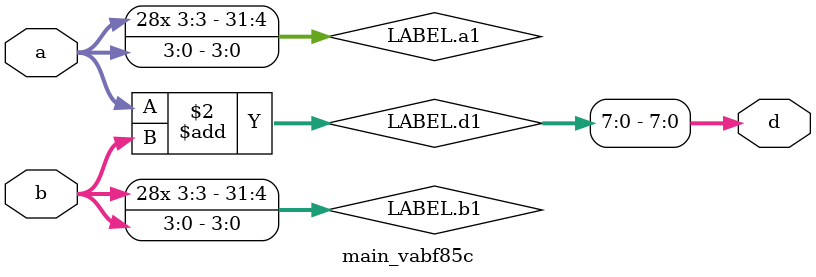
<source format=v>

`default_nettype none

module main #(
 parameter v0fe8ab = 3,
 parameter v823f1c = -5
) (
 input vclk,
 output [7:0] v6aceff,
 output vc852b0
);
 localparam p2 = v823f1c;
 localparam p3 = v0fe8ab;
 wire [0:3] w0;
 wire [0:3] w1;
 wire w4;
 wire w5;
 wire [0:7] w6;
 wire [0:7] w7;
 wire w8;
 wire w9;
 assign vc852b0 = w5;
 assign v6aceff = w6;
 assign w8 = vclk;
 assign w9 = vclk;
 assign w7 = w6;
 assign w9 = w8;
 v656d05 #(
  .vb061d7(p3)
 ) v219712 (
  .vda9708(w1)
 );
 v656d05 #(
  .vb061d7(p2)
 ) vc43618 (
  .vda9708(w0)
 );
 main_vabf85c vabf85c (
  .b(w0),
  .a(w1),
  .d(w6)
 );
 va9a5bc v867362 (
  .v2a8434(w4),
  .vac0eb2(w8)
 );
 vc6459c v62e88c (
  .v05e99b(w4),
  .v8caaa5(w5),
  .v19b8dd(w7),
  .ve9a78f(w9)
 );
endmodule

/*-------------------------------------------------*/
/*--   */
/*-- - - - - - - - - - - - - - - - - - - - - - - --*/
/*-- 
/*-------------------------------------------------*/
//---- Top entity
module v656d05 #(
 parameter vb061d7 = 0
) (
 output [3:0] vda9708
);
 localparam p0 = vb061d7;
 wire [0:3] w1;
 assign vda9708 = w1;
 v656d05_v49c8a7 #(
  .n(p0)
 ) v49c8a7 (
  .num(w1)
 );
endmodule

/*-------------------------------------------------*/
/*-- 4 bits constante  */
/*-- - - - - - - - - - - - - - - - - - - - - - - --*/
/*-- Constante 4 bits
/*-------------------------------------------------*/

module v656d05_v49c8a7 #(
 parameter n = 0
) (
 output [3:0] num
);
 
 assign num=n;
endmodule
//---- Top entity
module va9a5bc #(
 parameter vfb06ae = 1
) (
 input vac0eb2,
 output v2a8434
);
 localparam p2 = vfb06ae;
 wire w0;
 wire w1;
 assign v2a8434 = w0;
 assign w1 = vac0eb2;
 va9a5bc_v6cac2f #(
  .SEC(p2)
 ) v6cac2f (
  .o(w0),
  .clk(w1)
 );
endmodule

/*-------------------------------------------------*/
/*-- Corazon-tic-Sec  */
/*-- - - - - - - - - - - - - - - - - - - - - - - --*/
/*-- Corazón de bombeo de tics a con periodo paramétrico de segundos
/*-------------------------------------------------*/

module va9a5bc_v6cac2f #(
 parameter SEC = 0
) (
 input clk,
 output o
);
 //localparam SEC;
 
 //-- Constante para dividir y obtener una frecuencia de 1Hz
 localparam M = 12000000*SEC;
 
 //-- Calcular el numero de bits para almacenar M
 localparam N = $clog2(M);
 
 //-- Cable de reset para el contador
 wire reset;
 
 //-- Registro del divisor
 reg [N-1:0] divcounter;
 
 
 //-- Contador con reset
 always @(posedge clk)
   if (reset)
     divcounter <= 0;
   else
     divcounter <= divcounter + 1;
 
 //-- Comparador que resetea el contador cuando se alcanza el tope
 assign reset = (divcounter == M-1);
 
 //-- La salida es la señal de overflow
 assign o = reset;
 
 
 
 
endmodule
//---- Top entity
module vc6459c #(
 parameter ved2ada = 115200
) (
 input ve9a78f,
 input [7:0] v19b8dd,
 input v05e99b,
 output v8caaa5,
 output v2da441,
 output v01321e
);
 localparam p1 = ved2ada;
 wire w0;
 wire w2;
 wire [0:7] w3;
 wire w4;
 wire w5;
 wire w6;
 assign v8caaa5 = w0;
 assign w2 = ve9a78f;
 assign w3 = v19b8dd;
 assign w4 = v05e99b;
 assign v2da441 = w5;
 assign v01321e = w6;
 vc6459c_vedebcc #(
  .BAUD(p1)
 ) vedebcc (
  .TX(w0),
  .clk(w2),
  .data(w3),
  .txmit(w4),
  .busy(w5),
  .done(w6)
 );
endmodule

/*-------------------------------------------------*/
/*-- Serial-tx  */
/*-- - - - - - - - - - - - - - - - - - - - - - - --*/
/*-- Transmisor serie
/*-------------------------------------------------*/

module vc6459c_vedebcc #(
 parameter BAUD = 0
) (
 input clk,
 input [7:0] data,
 input txmit,
 output TX,
 output busy,
 output done
);
 //-- Constantes para obtener las velocidades estándares
 `define B115200 104 
 `define B57600  208
 `define B38400  313
 `define B19200  625
 `define B9600   1250
 `define B4800   2500
 `define B2400   5000
 `define B1200   10000
 `define B600    20000
 `define B300    40000
 
 //-- Constante para calcular los baudios
 localparam BAUDRATE = (BAUD==115200) ? `B115200 : //-- OK
                       (BAUD==57600)  ? `B57600  : //-- OK
                       (BAUD==38400)  ? `B38400  : //-- Ok
                       (BAUD==19200)  ? `B19200  : //-- OK
                       (BAUD==9600)   ? `B9600   : //-- OK
                       (BAUD==4800)   ? `B4800   : //-- OK 
                       (BAUD==2400)   ? `B2400   : //-- OK
                       (BAUD==1200)   ? `B1200   : //-- OK
                       (BAUD==600)    ? `B600    : //-- OK
                       (BAUD==300)    ? `B300    : //-- OK
                       `B115200 ;  //-- Por defecto 115200 baudios
 
 
 //---- GENERADOR DE BAUDIOS
 
 //-- Calcular el numero dde bits para almacenar el divisor
 localparam N = $clog2(BAUDRATE);
 
 //-- Contador para implementar el divisor
 //-- Es un contador modulo BAUDRATE
 reg [N-1:0] divcounter = 0;
 
 //-- Cable de reset para el contador
 //-- Comparador que resetea el contador cuando se alcanza el tope
 //-- o cuando el estado del biestable es 0 (apagado)
 wire reset = ov_gen | (state == 0);
 
 //-- Contador con reset
 always @(posedge clk)
   if (reset)
     divcounter <= 0;
   else
     divcounter <= divcounter + 1;
 
 //-- Hemos llegado al final
 wire ov_gen = (divcounter == BAUDRATE-1);
 
 
 
 //-- REGISTRO DESPLAZAMIENTO
 
 //-- Salida serie. Inicialmete a 1 (reposo) 
 reg TX = 1;
 
 //-- Registro de desplazamiento de 9 bits
 //-- Inicializado todo a 1s
 reg [8:0] q = 9'h1FF;
 
 //-- La entrada de shift es la salida del generador de baudios
 wire shift = ov_gen;
 
 always @(posedge clk)
   if (txmit_tic)
   //-- Carga del registro
     q <= {data, 1'b0};
     
   else if (shift)
     //-- Desplazamiento. Rellenar con 1 (bit de stop)
     q <= {1'b1, q[8:1]};
     
 //-- Sacar el bit de menor peso por serial-out    
 wire so;
 assign so = q[0];
 
 //-- La salida tx la registramos
 always @(posedge clk)
   TX <= so;
   
 //-- La señal de entrada txmit se pasa por un 
 //-- detector de flancos de subida para generar un tic
 reg q_re = 0;
 wire txmit_tic;
 
 always @(posedge clk)
   q_re <= txmit;
   
 assign txmit_tic = (~q_re & txmit);  
 
 
 
 //-- Estado de transmisor
 //-- 0: Parado
 //-- 1: Ocupado (transmitiendo)
 reg state = 0;
   
 always @(posedge clk)
   //-- Empieza la transmision: ocupado
   if (txmit)
     state <= 1'b1;
     
   //-- Acaba la transmision: libre    
   else if (ov)
     state <= 1'b0;
 
 //-- Contador de bits enviados
 reg [3:0] bits = 0;
 always @(posedge clk)
   //-- Si la cuenta ha terminado... volver a 0
   if (ov)
     bits <= 2'b00;
   else
     if (shift)
       bits <= bits + 1;
 
 //-- Comprobar si se ha transmitido el último bit (overflow)
 //-- 1 bit de start + 8 bits de datos + 1 bit de stop
 wire ov = (bits == 10);
 
 //-- La señal de ocupado es el estado del transmisor
 assign busy = state;
 
 //-- La señal de done es la de overflow pero retrasada un
 //-- periodo de reloj del sistema y que el biestable 
 //-- llegue al estado de parado antes de que se 
 //-- empiece otra transmision
 
 reg done=0;
 
 always @(posedge clk)
   done <= ov;
 
endmodule

module main_vabf85c (
 input [3:0] a,
 input [3:0] b,
 output [7:0] d
);
 
 
 reg [7:0] d;
 wire signed [3:0] a,b;  //ahora estoy indicando q son con signo
 
 always @(*)
 
 begin:LABEL
 // Un bloque always necesita definir una etiqueta
 // si se realiza una declaracion local ( a1,b1,c1)
 
 integer a1,b1,d1; //integer 32 bits signed pero se adapata
                  
 
  a1 = a;         //Inicialización a1 = 0000_0011
  b1 = b;         //   b1 = 1111_1011  hace extensión del signo pq b se definió con signo
 
  d1 = a+b;       // d1 =  0000_0011 +  1111_1011 = 1111_1110 --> -2 Ca2 ( o 254 sin signo)
                   
  d  = d1;         //d = -2
                 
 
 end
endmodule

</source>
